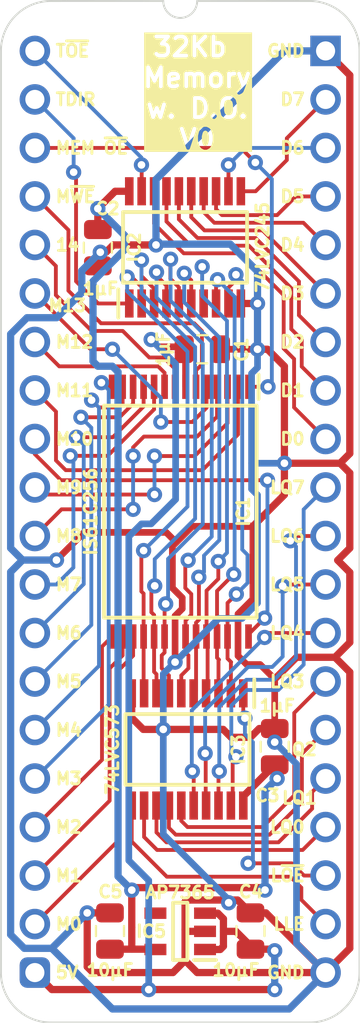
<source format=kicad_pcb>
(kicad_pcb (version 20241229) (generator "pcbnew") (generator_version "9.0")
  (title_block (title "Memory 32KB with Output") (date "2024-02-19") (rev "V0"))
  (layers (0 "F.Cu" signal) (2 "B.Cu" signal) (13 "F.Paste" user) (15 "B.Paste" user) (5 "F.SilkS" user "F.Silkscreen") (7 "B.SilkS" user "B.Silkscreen") (1 "F.Mask" user) (3 "B.Mask" user) (25 "Edge.Cuts" user))
  (net 0 "")
  (net 1 "5V")
  (net 2 "GND")
  (net 3 "/3.3V")
  (net 4 "M4")
  (net 5 "M2")
  (net 6 "M6")
  (net 7 "M3")
  (net 8 "M0")
  (net 9 "M12")
  (net 10 "M7")
  (net 11 "M9")
  (net 12 "M14")
  (net 13 "M~{WE}")
  (net 14 "M13")
  (net 15 "M1")
  (net 16 "M11")
  (net 17 "M10")
  (net 18 "M~{OE}")
  (net 19 "M8")
  (net 20 "/DM0")
  (net 21 "/DM1")
  (net 22 "/DM2")
  (net 23 "/DM3")
  (net 24 "/DM4")
  (net 25 "/DM5")
  (net 26 "/DM6")
  (net 27 "/DM7")
  (net 28 "M5")
  (net 29 "D5")
  (net 30 "D1")
  (net 31 "D4")
  (net 32 "D6")
  (net 33 "D0")
  (net 34 "D2")
  (net 35 "D7")
  (net 36 "T~{OE}")
  (net 37 "D3")
  (net 38 "TDIR")
  (net 39 "LQ2")
  (net 40 "LQ3")
  (net 41 "LQ5")
  (net 42 "LQ4")
  (net 43 "LQ0")
  (net 44 "LQ7")
  (net 45 "L~{OE}")
  (net 46 "LLE")
  (net 47 "LQ1")
  (net 48 "LQ6")
  (footprint "SamacSys_Parts:DIP-40_Board_W15.24mm_Alt" (layer "F.Cu") (at 0 0)
    (property "Reference" "J1" (hide yes))
    (property "Value" "Conn_02x20_Counter_Clockwise" (hide yes))
    (fp_line (start -1.778 48.26) (end -1.778 0) (stroke (width 0.1)) (layer "Edge.Cuts"))
    (fp_line (start 6.731 -2.6162) (end 0.835732 -2.613732) (stroke (width 0.1)) (layer "Edge.Cuts"))
    (fp_line (start 14.404267 -2.613733) (end 8.509 -2.6162) (stroke (width 0.1)) (layer "Edge.Cuts"))
    (fp_line (start 14.404268 50.873732) (end 0.835733 50.873733) (stroke (width 0.1)) (layer "Edge.Cuts"))
    (fp_line (start 17.018 48.26) (end 17.017999 -0.000001) (stroke (width 0.1)) (layer "Edge.Cuts"))
    (fp_arc (start -1.778 0) (mid -1.012456 -1.848188) (end 0.835732 -2.613732) (stroke (width 0.1)) (layer "Edge.Cuts"))
    (fp_arc (start 0.835733 50.873733) (mid -1.012457 50.10819) (end -1.778 48.26) (stroke (width 0.1)) (layer "Edge.Cuts"))
    (fp_arc (start 8.509 -2.6162) (mid 7.62 -1.7272) (end 6.731 -2.6162) (stroke (width 0.1)) (layer "Edge.Cuts"))
    (fp_arc (start 14.404267 -2.613733) (mid 16.252453 -1.848189) (end 17.017999 -0.000001) (stroke (width 0.1)) (layer "Edge.Cuts"))
    (fp_arc (start 17.018 48.26) (mid 16.252456 50.108187) (end 14.404268 50.873732) (stroke (width 0.1)) (layer "Edge.Cuts"))
  )
  (footprint "SamacSys_Parts:SOP55P1340X120-28N" (layer "F.Cu") (at 7.625 24.125 -90)
    (property "Reference" "IC1")
    (property "Value" "IS61C256AL-12TLI" (hide yes))
  )
  (footprint "SamacSys_Parts:C_0805" (layer "F.Cu") (at 3.937 46.101)
    (property "Reference" "C5")
    (property "Value" "10µF")
  )
  (footprint "SamacSys_Parts:SOP65P640X110-20N" (layer "F.Cu") (at 8.001 36.576 -90)
    (property "Reference" "IC3")
    (property "Value" "74LVC573APW,118" (hide yes))
  )
  (footprint "SamacSys_Parts:C_0805" (layer "F.Cu") (at 11.303 46.101)
    (property "Reference" "C4")
    (property "Value" "10µF")
  )
  (footprint "SamacSys_Parts:SOP65P640X120-20N" (layer "F.Cu") (at 7.874 10.287 90)
    (property "Reference" "IC2")
    (property "Value" "74LVC245AT20" (hide yes))
  )
  (footprint "SamacSys_Parts:C_0805" (layer "F.Cu") (at 3.302 10.287 180)
    (property "Reference" "C2")
    (property "Value" "1μF")
  )
  (footprint "SamacSys_Parts:SOT95P285X130-5N" (layer "F.Cu") (at 7.62 46.101 180)
    (property "Reference" "IC5")
    (property "Value" "AP7365-33WG-7" (hide yes))
  )
  (footprint "SamacSys_Parts:C_0805" (layer "F.Cu") (at 8.763 15.621 -90)
    (property "Reference" "C1")
    (property "Value" "1μF")
  )
  (footprint "SamacSys_Parts:C_0805" (layer "F.Cu") (at 12.573 36.449)
    (property "Reference" "C3")
    (property "Value" "1μF")
  )
  (footprint "SamacSys_Parts:PinHeader_1x20_P2.54mm_Vertical" (layer "B.Cu") (at 15.24 0 180)
    (property "Reference" "J3" (hide yes))
    (property "Value" "Pin_Header_01x20" (hide yes))
  )
  (footprint "SamacSys_Parts:PinHeader_1x20_P2.54mm_Vertical" (layer "B.Cu") (at 0 0 180)
    (property "Reference" "J2" (hide yes))
    (property "Value" "Pin_Header_01x20" (hide yes))
  )
  (gr_text "LQ3" (at 14.224 33.02 0) (layer "F.SilkS") (effects (font (size 0.635 0.635) (thickness 0.15) (bold yes)) (justify right)))
  (gr_text "LQ7" (at 14.224 22.86 0) (layer "F.SilkS") (effects (font (size 0.635 0.635) (thickness 0.15) (bold yes)) (justify right)))
  (gr_text "L~{OE}" (at 14.224 43.18 0) (layer "F.SilkS") (effects (font (size 0.635 0.635) (thickness 0.15) (bold yes)) (justify right)))
  (gr_text "LQ5" (at 14.224 27.94 0) (layer "F.SilkS") (effects (font (size 0.635 0.635) (thickness 0.15) (bold yes)) (justify right)))
  (gr_text "D6" (at 14.224 5.08 0) (layer "F.SilkS") (effects (font (size 0.635 0.635) (thickness 0.15) (bold yes)) (justify right)))
  (gr_text "D1" (at 14.224 17.78 0) (layer "F.SilkS") (effects (font (size 0.635 0.635) (thickness 0.15) (bold yes)) (justify right)))
  (gr_text "D2" (at 14.224 15.24 0) (layer "F.SilkS") (effects (font (size 0.635 0.635) (thickness 0.15) (bold yes)) (justify right)))
  (gr_text "M13" (at 0.635 13.335 0) (layer "F.SilkS") (effects (font (size 0.635 0.635) (thickness 0.15) (bold yes)) (justify left)))
  (gr_text "M11" (at 1.016 17.78 0) (layer "F.SilkS") (effects (font (size 0.635 0.635) (thickness 0.15) (bold yes)) (justify left)))
  (gr_text "M8" (at 1.016 25.4 0) (layer "F.SilkS") (effects (font (size 0.635 0.635) (thickness 0.15) (bold yes)) (justify left)))
  (gr_text "M~{WE}" (at 1.016 7.62 0) (layer "F.SilkS") (effects (font (size 0.635 0.635) (thickness 0.15) (bold yes)) (justify left)))
  (gr_text "M6" (at 1.016 30.48 0) (layer "F.SilkS") (effects (font (size 0.635 0.635) (thickness 0.15) (bold yes)) (justify left)))
  (gr_text "32Kb \nMemory\nw. D.O.\nV0\n" (at 8.509 5.207 0) (layer "F.SilkS" knockout) (effects (font (size 1 1) (thickness 0.2) (bold yes)) (justify bottom)))
  (gr_text "D5" (at 14.224 7.62 0) (layer "F.SilkS") (effects (font (size 0.635 0.635) (thickness 0.15) (bold yes)) (justify right)))
  (gr_text "LQ4" (at 14.224 30.48 0) (layer "F.SilkS") (effects (font (size 0.635 0.635) (thickness 0.15) (bold yes)) (justify right)))
  (gr_text "M3" (at 1.016 38.1 0) (layer "F.SilkS") (effects (font (size 0.635 0.635) (thickness 0.15) (bold yes)) (justify left)))
  (gr_text "M0" (at 1.016 45.72 0) (layer "F.SilkS") (effects (font (size 0.635 0.635) (thickness 0.15) (bold yes)) (justify left)))
  (gr_text "LQ6" (at 14.224 25.4 0) (layer "F.SilkS") (effects (font (size 0.635 0.635) (thickness 0.15) (bold yes)) (justify right)))
  (gr_text "D0" (at 14.224 20.32 0) (layer "F.SilkS") (effects (font (size 0.635 0.635) (thickness 0.15) (bold yes)) (justify right)))
  (gr_text "LQ0" (at 14.224 40.64 0) (layer "F.SilkS") (effects (font (size 0.635 0.635) (thickness 0.15) (bold yes)) (justify right)))
  (gr_text "MEM ~{OE}" (at 1.016 5.08 0) (layer "F.SilkS") (effects (font (size 0.635 0.635) (thickness 0.15) (bold yes)) (justify left)))
  (gr_text "M7" (at 1.016 27.94 0) (layer "F.SilkS") (effects (font (size 0.635 0.635) (thickness 0.15) (bold yes)) (justify left)))
  (gr_text "GND" (at 14.224 0 0) (layer "F.SilkS") (effects (font (size 0.635 0.635) (thickness 0.15) (bold yes)) (justify right)))
  (gr_text "M12" (at 1.016 15.24 0) (layer "F.SilkS") (effects (font (size 0.635 0.635) (thickness 0.15) (bold yes)) (justify left)))
  (gr_text "M10" (at 1.016 20.32 0) (layer "F.SilkS") (effects (font (size 0.635 0.635) (thickness 0.15) (bold yes)) (justify left)))
  (gr_text "M9" (at 1.016 22.86 0) (layer "F.SilkS") (effects (font (size 0.635 0.635) (thickness 0.15) (bold yes)) (justify left)))
  (gr_text "M1" (at 1.016 43.18 0) (layer "F.SilkS") (effects (font (size 0.635 0.635) (thickness 0.15) (bold yes)) (justify left)))
  (gr_text "T~{OE}" (at 1.016 0 0) (layer "F.SilkS") (effects (font (size 0.635 0.635) (thickness 0.15) (bold yes)) (justify left)))
  (gr_text "LQ1" (at 14.859 39.116 0) (layer "F.SilkS") (effects (font (size 0.635 0.635) (thickness 0.15) (bold yes)) (justify right)))
  (gr_text "LLE" (at 14.224 45.72 0) (layer "F.SilkS") (effects (font (size 0.635 0.635) (thickness 0.15) (bold yes)) (justify right)))
  (gr_text "14" (at 1.016 10.16 0) (layer "F.SilkS") (effects (font (size 0.635 0.635) (thickness 0.15) (bold yes)) (justify left)))
  (gr_text "D3" (at 14.224 12.7 0) (layer "F.SilkS") (effects (font (size 0.635 0.635) (thickness 0.15) (bold yes)) (justify right)))
  (gr_text "M5" (at 1.016 33.02 0) (layer "F.SilkS") (effects (font (size 0.635 0.635) (thickness 0.15) (bold yes)) (justify left)))
  (gr_text "D4" (at 14.224 10.16 0) (layer "F.SilkS") (effects (font (size 0.635 0.635) (thickness 0.15) (bold yes)) (justify right)))
  (gr_text "M4" (at 1.016 35.56 0) (layer "F.SilkS") (effects (font (size 0.635 0.635) (thickness 0.15) (bold yes)) (justify left)))
  (gr_text "M2" (at 1.016 40.64 0) (layer "F.SilkS") (effects (font (size 0.635 0.635) (thickness 0.15) (bold yes)) (justify left)))
  (gr_text "D7" (at 14.224 2.54 0) (layer "F.SilkS") (effects (font (size 0.635 0.635) (thickness 0.15) (bold yes)) (justify right)))
  (gr_text "Q2" (at 14.859 36.576 0) (layer "F.SilkS") (effects (font (size 0.635 0.635) (thickness 0.15) (bold yes)) (justify right)))
  (gr_text "GND" (at 14.224 48.26 0) (layer "F.SilkS") (effects (font (size 0.635 0.635) (thickness 0.15) (bold yes)) (justify right)))
  (gr_text "5V" (at 1.016 48.26 0) (layer "F.SilkS") (effects (font (size 0.635 0.635) (thickness 0.15) (bold yes)) (justify left)))
  (gr_text "TDIR" (at 1.016 2.54 0) (layer "F.SilkS") (effects (font (size 0.635 0.635) (thickness 0.15) (bold yes)) (justify left)))
  (segment (start 11.303 46.863) (end 10.541 46.101) (width 0.38) (layer "F.Cu") (net 1))
  (segment (start 12.573 49.149) (end 5.968998 49.149) (width 0.38) (layer "F.Cu") (net 1))
  (segment (start 7.575004 15.494004) (end 6.477004 15.494004) (width 0.35) (layer "F.Cu") (net 1))
  (segment (start 9.885 46.101) (end 9.885 46.884) (width 0.38) (layer "F.Cu") (net 1))
  (segment (start 11.303 47.035) (end 12.491 47.035) (width 0.38) (layer "F.Cu") (net 1))
  (segment (start 9.885 45.445229) (end 9.885 46.101) (width 0.38) (layer "F.Cu") (net 1))
  (segment (start 9.718 47.051) (end 8.92 47.051) (width 0.38) (layer "F.Cu") (net 1))
  (segment (start 12.491 47.035) (end 12.573 47.117) (width 0.38) (layer "F.Cu") (net 1))
  (segment (start 10.541 46.101) (end 9.885 46.101) (width 0.38) (layer "F.Cu") (net 1))
  (segment (start 7.9 17.587) (end 7.9 15.931) (width 0.35) (layer "F.Cu") (net 1))
  (segment (start 0.889 49.149) (end 5.968998 49.149) (width 0.38) (layer "F.Cu") (net 1))
  (segment (start 9.590771 45.151) (end 9.885 45.445229) (width 0.38) (layer "F.Cu") (net 1))
  (segment (start 8.92 45.151) (end 9.590771 45.151) (width 0.38) (layer "F.Cu") (net 1))
  (segment (start 0 48.26) (end 0.889 49.149) (width 0.38) (layer "F.Cu") (net 1))
  (segment (start 6.477004 15.494004) (end 6.096 15.113) (width 0.35) (layer "F.Cu") (net 1))
  (segment (start 9.885 46.884) (end 9.718 47.051) (width 0.38) (layer "F.Cu") (net 1))
  (via (at 12.573 47.117) (size 0.8) (drill 0.4) (layers "F.Cu" "B.Cu") (net 1))
  (via (at 5.968998 49.149) (size 0.8) (drill 0.4) (layers "F.Cu" "B.Cu") (net 1))
  (via (at 12.573 49.149) (size 0.8) (drill 0.4) (layers "F.Cu" "B.Cu") (net 1))
  (via (at 6.096 15.113) (size 0.8) (drill 0.4) (layers "F.Cu" "B.Cu") (net 1))
  (segment (start 7.379 16.396) (end 7.379 23.482) (width 0.35) (layer "B.Cu") (net 1))
  (segment (start 7.379 23.482) (end 6.096 24.765) (width 0.35) (layer "B.Cu") (net 1))
  (segment (start 4.925 25.428) (end 4.925 42.39) (width 0.35) (layer "B.Cu") (net 1))
  (segment (start 5.588 24.765) (end 4.925 25.428) (width 0.35) (layer "B.Cu") (net 1))
  (segment (start 4.925 42.39) (end 5.968998 43.433998) (width 0.35) (layer "B.Cu") (net 1))
  (segment (start 12.573 47.117) (end 12.573 49.149) (width 0.38) (layer "B.Cu") (net 1))
  (segment (start 6.096 15.113) (end 7.379 16.396) (width 0.35) (layer "B.Cu") (net 1))
  (segment (start 6.096 24.765) (end 5.588 24.765) (width 0.35) (layer "B.Cu") (net 1))
  (segment (start 5.968998 43.433998) (end 5.968998 49.149) (width 0.35) (layer "B.Cu") (net 1))
  (segment (start 7.874 47.625) (end 7.239 48.26) (width 0.38) (layer "F.Cu") (net 2))
  (segment (start 11.672 15.621) (end 12.192 15.621) (width 0.38) (layer "F.Cu") (net 2))
  (segment (start 16.51 30.972915) (end 15.732915 31.75) (width 0.38) (layer "F.Cu") (net 2))
  (segment (start 7.874 44.542) (end 7.955 44.461) (width 0.38) (layer "F.Cu") (net 2))
  (segment (start 16.002 21.59) (end 13.081 21.59) (width 0.38) (layer "F.Cu") (net 2))
  (segment (start 15.732915 31.75) (end 13.715998 31.75) (width 0.38) (layer "F.Cu") (net 2))
  (segment (start 16.51 32.527085) (end 15.732915 31.75) (width 0.38) (layer "F.Cu") (net 2))
  (segment (start 12.573 35.483) (end 12.573 36.195) (width 0.35) (layer "F.Cu") (net 2))
  (segment (start 12.115 45.135) (end 11.303 45.135) (width 0.38) (layer "F.Cu") (net 2))
  (segment (start 7.874 46.01) (end 7.874 44.542) (width 0.38) (layer "F.Cu") (net 2))
  (segment (start 7.35 30.663) (end 7.35 29.585) (width 0.35) (layer "F.Cu") (net 2))
  (segment (start 6.885 25.21) (end 2.581194 25.21) (width 0.35) (layer "F.Cu") (net 2))
  (segment (start 15.875 26.67) (end 16.51 27.305) (width 0.38) (layer "F.Cu") (net 2))
  (segment (start 12.573 35.483) (end 12.573 32.892998) (width 0.35) (layer "F.Cu") (net 2))
  (segment (start 10.287 35.941) (end 11.303 35.941) (width 0.38) (layer "F.Cu") (net 2))
  (segment (start 16.51 46.99) (end 16.51 32.527085) (width 0.38) (layer "F.Cu") (net 2))
  (segment (start 10.302 44.461) (end 10.16 44.603) (width 0.38) (layer "F.Cu") (net 2))
  (segment (start 13.715998 31.75) (end 12.573 32.892998) (width 0.38) (layer "F.Cu") (net 2))
  (segment (start 9.729 15.621) (end 11.672 15.621) (width 0.35) (layer "F.Cu") (net 2))
  (segment (start 2.744006 47.956006) (end 2.744006 45.135) (width 0.38) (layer "F.Cu") (net 2))
  (segment (start 7.411 25.736) (end 6.885 25.21) (width 0.35) (layer "F.Cu") (net 2))
  (segment (start 15.24 48.26) (end 16.51 46.99) (width 0.38) (layer "F.Cu") (net 2))
  (segment (start 15.24 0) (end 16.51 1.27) (width 0.38) (layer "F.Cu") (net 2))
  (segment (start 13.081 16.51) (end 13.081 21.59) (width 0.38) (layer "F.Cu") (net 2))
  (segment (start 9.872 35.526) (end 10.287 35.941) (width 0.38) (layer "F.Cu") (net 2))
  (segment (start 15.24 48.26) (end 12.115 45.135) (width 0.38) (layer "F.Cu") (net 2))
  (segment (start 16.51 22.098) (end 16.51 26.035) (width 0.38) (layer "F.Cu") (net 2))
  (segment (start 7.874 47.625) (end 7.874 46.01) (width 0.38) (layer "F.Cu") (net 2))
  (segment (start 5.076 34.921) (end 5.076 33.638) (width 0.38) (layer "F.Cu") (net 2))
  (segment (start 7.725 29.21) (end 7.725 28.634413) (width 0.35) (layer "F.Cu") (net 2))
  (segment (start 15.24 48.26) (end 8.509 48.26) (width 0.38) (layer "F.Cu") (net 2))
  (segment (start 16.51 21.082) (end 16.002 21.59) (width 0.38) (layer "F.Cu") (net 2))
  (segment (start 7.239 48.26) (end 3.048 48.26) (width 0.38) (layer "F.Cu") (net 2))
  (segment (start 10.799 13.225) (end 11.672 13.225) (width 0.38) (layer "F.Cu") (net 2))
  (segment (start 7.209453 28.118866) (end 7.209453 25.937547) (width 0.35) (layer "F.Cu") (net 2))
  (segment (start 12.192 15.621) (end 13.081 16.51) (width 0.38) (layer "F.Cu") (net 2))
  (segment (start 11.43 24.892) (end 10.661045 24.892) (width 0.38) (layer "F.Cu") (net 2))
  (segment (start 8.255 24.892) (end 10.661045 24.892) (width 0.35) (layer "F.Cu") (net 2))
  (segment (start 10.65 30.663) (end 10.65 29.482) (width 0.35) (layer "F.Cu") (net 2))
  (segment (start 2.581194 25.21) (end 1.132092 26.659102) (width 0.35) (layer "F.Cu") (net 2))
  (segment (start 11.761 35.483) (end 11.303 35.941) (width 0.38) (layer "F.Cu") (net 2))
  (segment (start 8.509 48.26) (end 7.874 47.625) (width 0.38) (layer "F.Cu") (net 2))
  (segment (start 11.43 28.702) (end 11.43 24.892) (width 0.35) (layer "F.Cu") (net 2))
  (segment (start 13.081 23.241) (end 13.081 21.59) (width 0.38) (layer "F.Cu") (net 2))
  (segment (start 6.731 35.526) (end 9.872 35.526) (width 0.38) (layer "F.Cu") (net 2))
  (segment (start 11.303 45.135) (end 10.629 44.461) (width 0.38) (layer "F.Cu") (net 2))
  (segment (start 10.65 30.663) (end 10.65 31.6755) (width 0.35) (layer "F.Cu") (net 2))
  (segment (start 3.937 45.135) (end 2.744006 45.135) (width 0.38) (layer "F.Cu") (net 2))
  (segment (start 10.018 44.461) (end 10.16 44.603) (width 0.38) (layer "F.Cu") (net 2))
  (segment (start 7.411 25.736) (end 8.255 24.892) (width 0.35) (layer "F.Cu") (net 2))
  (segment (start 16.51 26.035) (end 15.875 26.67) (width 0.38) (layer "F.Cu") (net 2))
  (segment (start 3.048 48.26) (end 2.744006 47.956006) (width 0.38) (layer "F.Cu") (net 2))
  (segment (start 7.955 44.461) (end 10.018 44.461) (width 0.38) (layer "F.Cu") (net 2))
  (segment (start 10.65 29.482) (end 11.43 28.702) (width 0.35) (layer "F.Cu") (net 2))
  (segment (start 6.731 35.526) (end 5.681 35.526) (width 0.38) (layer "F.Cu") (net 2))
  (segment (start 11.1055 32.131) (end 11.811002 32.131) (width 0.35) (layer "F.Cu") (net 2))
  (segment (start 7.874 46.01) (end 7.965 46.101) (width 0.38) (layer "F.Cu") (net 2))
  (segment (start 10.65 31.6755) (end 11.1055 32.131) (width 0.35) (layer "F.Cu") (net 2))
  (segment (start 10.629 44.461) (end 10.302 44.461) (width 0.38) (layer "F.Cu") (net 2))
  (segment (start 11.811002 32.131) (end 12.573 32.892998) (width 0.35) (layer "F.Cu") (net 2))
  (segment (start 6.35 10.16) (end 4.109804 10.16) (width 0.38) (layer "F.Cu") (net 2))
  (segment (start 11.43 24.892) (end 13.081 23.241) (width 0.38) (layer "F.Cu") (net 2))
  (segment (start 12.573 35.483) (end 11.761 35.483) (width 0.38) (layer "F.Cu") (net 2))
  (segment (start 16.002 21.59) (end 16.51 22.098) (width 0.38) (layer "F.Cu") (net 2))
  (segment (start 3.728804 10.541) (end 3.429002 10.541) (width 0.38) (layer "F.Cu") (net 2))
  (segment (start 16.51 27.305) (end 16.51 30.972915) (width 0.38) (layer "F.Cu") (net 2))
  (segment (start 7.209453 25.937547) (end 7.411 25.736) (width 0.35) (layer "F.Cu") (net 2))
  (segment (start 5.681 35.526) (end 5.076 34.921) (width 0.38) (layer "F.Cu") (net 2))
  (segment (start 7.35 30.663) (end 7.35 32.004) (width 0.35) (layer "F.Cu") (net 2))
  (segment (start 7.725 28.634413) (end 7.209453 28.118866) (width 0.35) (layer "F.Cu") (net 2))
  (segment (start 7.965 46.101) (end 8.92 46.101) (width 0.38) (layer "F.Cu") (net 2))
  (segment (start 3.302 11.013608) (end 3.302 10.668002) (width 0.38) (layer "F.Cu") (net 2))
  (segment (start 3.302 10.668002) (end 3.429002 10.541) (width 0.38) (layer "F.Cu") (net 2))
  (segment (start 16.51 1.27) (end 16.51 21.082) (width 0.38) (layer "F.Cu") (net 2))
  (segment (start 4.109804 10.16) (end 3.728804 10.541) (width 0.38) (layer "F.Cu") (net 2))
  (segment (start 7.35 29.585) (end 7.725 29.21) (width 0.35) (layer "F.Cu") (net 2))
  (via (at 12.573 36.195) (size 0.8) (drill 0.4) (layers "F.Cu" "B.Cu") (net 2))
  (via (at 10.16 44.603) (size 0.8) (drill 0.4) (layers "F.Cu" "B.Cu") (net 2))
  (via (at 13.081 21.59) (size 0.8) (drill 0.4) (layers "F.Cu" "B.Cu") (net 2))
  (via (at 1.132092 26.659102) (size 0.8) (drill 0.4) (layers "F.Cu" "B.Cu") (net 2))
  (via (at 6.731 35.526) (size 0.8) (drill 0.4) (layers "F.Cu" "B.Cu") (net 2))
  (via (at 2.744006 45.135) (size 0.8) (drill 0.4) (layers "F.Cu" "B.Cu") (net 2))
  (via (at 11.672 13.225) (size 0.8) (drill 0.4) (layers "F.Cu" "B.Cu") (net 2))
  (via (at 11.672 15.621) (size 0.8) (drill 0.4) (layers "F.Cu" "B.Cu") (net 2))
  (via (at 7.35 32.004) (size 0.8) (drill 0.4) (layers "F.Cu" "B.Cu") (net 2))
  (via (at 6.35 10.16) (size 0.8) (drill 0.4) (layers "F.Cu" "B.Cu") (net 2))
  (via (at 3.429002 10.541) (size 0.8) (drill 0.4) (layers "F.Cu" "B.Cu") (net 2))
  (segment (start 13.716 37.338) (end 13.716 46.736) (width 0.35) (layer "B.Cu") (net 2))
  (segment (start 10.16 44.45) (end 10.16 44.603) (width 0.35) (layer "B.Cu") (net 2))
  (segment (start 10.862724 29.718) (end 11.672 28.908724) (width 0.35) (layer "B.Cu") (net 2))
  (segment (start 2.744 45.135) (end 2.744006 45.135) (width 0.38) (layer "B.Cu") (net 2))
  (segment (start 11.361 22.941729) (end 11.361 21.59) (width 0.35) (layer "B.Cu") (net 2))
  (segment (start 3.429002 10.541) (end 2.460002 11.51) (width 0.38) (layer "B.Cu") (net 2))
  (segment (start 6.731 41.021) (end 10.16 44.45) (width 0.35) (layer "B.Cu") (net 2))
  (segment (start 13.335 50.165) (end 15.24 48.26) (width 0.38) (layer "B.Cu") (net 2))
  (segment (start 11.672 11.545) (end 11.672 13.225) (width 0.38) (layer "B.Cu") (net 2))
  (segment (start -0.645898 26.659102) (end 1.132092 26.659102) (width 0.38) (layer "B.Cu") (net 2))
  (segment (start 11.672 28.908724) (end 11.672 23.252729) (width 0.35) (layer "B.Cu") (net 2))
  (segment (start 9.636 29.718) (end 10.862724 29.718) (width 0.35) (layer "B.Cu") (net 2))
  (segment (start -0.412915 13.97) (end -1.27 14.827085) (width 0.38) (layer "B.Cu") (net 2))
  (segment (start 15.24 0) (end 13.081 0) (width 0.38) (layer "B.Cu") (net 2))
  (segment (start 13.081 0) (end 6.35 6.731) (width 0.38) (layer "B.Cu") (net 2))
  (segment (start -1.27 26.035) (end -0.645898 26.659102) (width 0.38) (layer "B.Cu") (net 2))
  (segment (start 11.672 23.252729) (end 11.361 22.941729) (width 0.35) (layer "B.Cu") (net 2))
  (segment (start 11.672 15.621) (end 11.672 16.58) (width 0.35) (layer "B.Cu") (net 2))
  (segment (start -1.27 14.827085) (end -1.27 26.035) (width 0.38) (layer "B.Cu") (net 2))
  (segment (start 6.35 10.16) (end 6.392298 10.117702) (width 0.38) (layer "B.Cu") (net 2))
  (segment (start 11.361 21.59) (end 11.361 16.891) (width 0.35) (layer "B.Cu") (net 2))
  (segment (start 6.35 6.731) (end 6.35 10.16) (width 0.38) (layer "B.Cu") (net 2))
  (segment (start 0.889 46.99) (end -0.555 46.99) (width 0.38) (layer "B.Cu") (net 2))
  (segment (start -1.27 46.275) (end -1.27 27.283204) (width 0.38) (layer "B.Cu") (net 2))
  (segment (start 6.731 32.623) (end 7.35 32.004) (width 0.35) (layer "B.Cu") (net 2))
  (segment (start 12.573 36.195) (end 13.716 37.338) (width 0.35) (layer "B.Cu") (net 2))
  (segment (start 11.672 15.621) (end 11.672 13.225) (width 0.38) (layer "B.Cu") (net 2))
  (segment (start 2.460002 12.652998) (end 1.143 13.97) (width 0.38) (layer "B.Cu") (net 2))
  (segment (start 6.731 32.623) (end 6.731 35.526) (width 0.35) (layer "B.Cu") (net 2))
  (segment (start 6.731 35.526) (end 6.731 41.021) (width 0.35) (layer "B.Cu") (net 2))
  (segment (start 2.460002 11.51) (end 2.460002 12.652998) (width 0.38) (layer "B.Cu") (net 2))
  (segment (start -0.555 46.99) (end -1.27 46.275) (width 0.38) (layer "B.Cu") (net 2))
  (segment (start 0.889 46.99) (end 4.064 50.165) (width 0.38) (layer "B.Cu") (net 2))
  (segment (start 1.143 13.97) (end -0.412915 13.97) (width 0.38) (layer "B.Cu") (net 2))
  (segment (start 6.392298 10.117702) (end 10.244702 10.117702) (width 0.38) (layer "B.Cu") (net 2))
  (segment (start 13.716 46.736) (end 15.24 48.26) (width 0.35) (layer "B.Cu") (net 2))
  (segment (start 0.889 46.99) (end 2.744 45.135) (width 0.38) (layer "B.Cu") (net 2))
  (segment (start -1.27 27.283204) (end -0.645898 26.659102) (width 0.38) (layer "B.Cu") (net 2))
  (segment (start 4.064 50.165) (end 13.335 50.165) (width 0.38) (layer "B.Cu") (net 2))
  (segment (start 10.244702 10.117702) (end 11.672 11.545) (width 0.38) (layer "B.Cu") (net 2))
  (segment (start 13.081 21.59) (end 11.361 21.59) (width 0.35) (layer "B.Cu") (net 2))
  (segment (start 11.672 16.58) (end 11.361 16.891) (width 0.35) (layer "B.Cu") (net 2))
  (segment (start 7.35 32.004) (end 9.636 29.718) (width 0.35) (layer "B.Cu") (net 2))
  (segment (start 10.95 39.006) (end 12.573 37.383) (width 0.38) (layer "F.Cu") (net 3))
  (segment (start 11.938 43.813) (end 12.065 43.94) (width 0.38) (layer "F.Cu") (net 3))
  (segment (start 5.08 47.035) (end 5.08 45.892) (width 0.38) (layer "F.Cu") (net 3))
  (segment (start 5.080002 43.942) (end 5.209002 43.813) (width 0.38) (layer "F.Cu") (net 3))
  (segment (start 5.08 45.892) (end 5.080002 45.891998) (width 0.38) (layer "F.Cu") (net 3))
  (segment (start 3.302 8.255) (end 4.208 7.349) (width 0.38) (layer "F.Cu") (net 3))
  (segment (start 5.08 47.035) (end 6.304 47.035) (width 0.38) (layer "F.Cu") (net 3))
  (segment (start 5.209002 43.813) (end 11.938 43.813) (width 0.38) (layer "F.Cu") (net 3))
  (segment (start 4.208 7.349) (end 4.949 7.349) (width 0.38) (layer "F.Cu") (net 3))
  (segment (start 12.573 37.972998) (end 12.700002 38.1) (width 0.38) (layer "F.Cu") (net 3))
  (segment (start 5.080002 45.891998) (end 5.080002 43.942) (width 0.38) (layer "F.Cu") (net 3))
  (segment (start 12.573 37.383) (end 12.573 37.972998) (width 0.38) (layer "F.Cu") (net 3))
  (segment (start 3.302 9.383511) (end 3.302 8.255) (width 0.38) (layer "F.Cu") (net 3))
  (segment (start 3.937 47.035) (end 5.08 47.035) (width 0.38) (layer "F.Cu") (net 3))
  (via (at 12.700002 38.1) (size 0.8) (drill 0.4) (layers "F.Cu" "B.Cu") (net 3))
  (via (at 12.065 43.94) (size 0.8) (drill 0.4) (layers "F.Cu" "B.Cu") (net 3))
  (via (at 5.080002 43.942) (size 0.8) (drill 0.4) (layers "F.Cu" "B.Cu") (net 3))
  (via (at 3.302 8.255) (size 0.8) (drill 0.4) (layers "F.Cu" "B.Cu") (net 3))
  (segment (start 4.064 16.51) (end 3.302 16.51) (width 0.38) (layer "B.Cu") (net 3))
  (segment (start 12.065 38.735002) (end 12.065 43.94) (width 0.38) (layer "B.Cu") (net 3))
  (segment (start 4.699 9.652) (end 3.302 8.255) (width 0.38) (layer "B.Cu") (net 3))
  (segment (start 3.048 16.256) (end 3.048 12.065) (width 0.38) (layer "B.Cu") (net 3))
  (segment (start 12.700002 38.1) (end 12.065 38.735002) (width 0.38) (layer "B.Cu") (net 3))
  (segment (start 3.302 16.51) (end 3.048 16.256) (width 0.38) (layer "B.Cu") (net 3))
  (segment (start 3.048 12.065) (end 4.699 10.414) (width 0.38) (layer "B.Cu") (net 3))
  (segment (start 4.699 10.414) (end 4.699 9.652) (width 0.38) (layer "B.Cu") (net 3))
  (segment (start 5.080002 43.942) (end 4.36 43.221998) (width 0.38) (layer "B.Cu") (net 3))
  (segment (start 4.36 16.806) (end 4.064 16.51) (width 0.38) (layer "B.Cu") (net 3))
  (segment (start 4.36 43.221998) (end 4.36 16.806) (width 0.38) (layer "B.Cu") (net 3))
  (segment (start 3.3565 18.669) (end 2.973725 18.286225) (width 0.2) (layer "F.Cu") (net 4))
  (segment (start 4.3805 18.669) (end 3.3565 18.669) (width 0.2) (layer "F.Cu") (net 4))
  (segment (start 4.6 17.587) (end 4.6 18.4495) (width 0.2) (layer "F.Cu") (net 4))
  (segment (start 4.6 18.4495) (end 4.3805 18.669) (width 0.2) (layer "F.Cu") (net 4))
  (via (at 2.973725 18.286225) (size 0.8) (drill 0.4) (layers "F.Cu" "B.Cu") (net 4))
  (segment (start 0 35.56) (end 3.360661 32.199339) (width 0.2) (layer "B.Cu") (net 4))
  (segment (start 3.360661 18.673161) (end 2.973725 18.286225) (width 0.2) (layer "B.Cu") (net 4))
  (segment (start 3.360661 32.199339) (end 3.360661 18.673161) (width 0.2) (layer "B.Cu") (net 4))
  (segment (start 3.518 31.195) (end 3.518 37.122) (width 0.2) (layer "F.Cu") (net 5))
  (segment (start 3.518 37.122) (end 0 40.64) (width 0.2) (layer "F.Cu") (net 5))
  (segment (start 4.05 30.663) (end 3.518 31.195) (width 0.2) (layer "F.Cu") (net 5))
  (segment (start 5.7 18.614686) (end 4.08731 20.227376) (width 0.2) (layer "F.Cu") (net 6))
  (segment (start 4.08731 20.227376) (end 2.17772 20.227376) (width 0.2) (layer "F.Cu") (net 6))
  (segment (start 5.7 17.587) (end 5.7 18.614686) (width 0.2) (layer "F.Cu") (net 6))
  (via (at 2.17772 20.227376) (size 0.8) (drill 0.4) (layers "F.Cu" "B.Cu") (net 6))
  (segment (start 2.560661 27.919339) (end 2.560661 20.610317) (width 0.2) (layer "B.Cu") (net 6))
  (segment (start 0 30.48) (end 2.560661 27.919339) (width 0.2) (layer "B.Cu") (net 6))
  (segment (start 2.560661 20.610317) (end 2.17772 20.227376) (width 0.2) (layer "B.Cu") (net 6))
  (segment (start 3.704253 17.587) (end 3.488091 17.370838) (width 0.2) (layer "F.Cu") (net 7))
  (segment (start 4.05 17.587) (end 3.704253 17.587) (width 0.2) (layer "F.Cu") (net 7))
  (via (at 3.488091 17.370838) (size 0.8) (drill 0.4) (layers "F.Cu" "B.Cu") (net 7))
  (segment (start 3.87 17.752747) (end 3.488091 17.370838) (width 0.2) (layer "B.Cu") (net 7))
  (segment (start 0 38.1) (end 3.87 34.23) (width 0.2) (layer "B.Cu") (net 7))
  (segment (start 3.87 34.23) (end 3.87 17.752747) (width 0.2) (layer "B.Cu") (net 7))
  (segment (start 5.15 31.668371) (end 4.318 32.500371) (width 0.2) (layer "F.Cu") (net 8))
  (segment (start 4.318 32.500371) (end 4.318 41.402) (width 0.2) (layer "F.Cu") (net 8))
  (segment (start 5.15 30.663) (end 5.15 31.668371) (width 0.2) (layer "F.Cu") (net 8))
  (segment (start 4.318 41.402) (end 0 45.72) (width 0.2) (layer "F.Cu") (net 8))
  (segment (start 6.46225 16.517) (end 1.277 16.517) (width 0.2) (layer "F.Cu") (net 9))
  (segment (start 1.277 16.517) (end 0 15.24) (width 0.2) (layer "F.Cu") (net 9))
  (segment (start 6.8 17.587) (end 6.8 16.85475) (width 0.2) (layer "F.Cu") (net 9))
  (segment (start 6.8 16.85475) (end 6.46225 16.517) (width 0.2) (layer "F.Cu") (net 9))
  (segment (start 6.25 18.769) (end 3.816665 21.202335) (width 0.2) (layer "F.Cu") (net 10))
  (segment (start 6.25 17.587) (end 6.25 18.769) (width 0.2) (layer "F.Cu") (net 10))
  (segment (start 3.816665 21.202335) (end 1.856975 21.202335) (width 0.2) (layer "F.Cu") (net 10))
  (via (at 1.856975 21.202335) (size 0.8) (drill 0.4) (layers "F.Cu" "B.Cu") (net 10))
  (segment (start 2.02 21.36536) (end 1.856975 21.202335) (width 0.2) (layer "B.Cu") (net 10))
  (segment (start 0 27.94) (end 1.13137 27.94) (width 0.2) (layer "B.Cu") (net 10))
  (segment (start 1.13137 27.94) (end 2.02 27.05137) (width 0.2) (layer "B.Cu") (net 10))
  (segment (start 2.02 27.05137) (end 2.02 21.36536) (width 0.2) (layer "B.Cu") (net 10))
  (segment (start 0.369 23.229) (end 6.27105 23.229) (width 0.2) (layer "F.Cu") (net 11))
  (segment (start 8.377069 21.213931) (end 6.27105 21.213931) (width 0.2) (layer "F.Cu") (net 11))
  (segment (start 10.1 19.491) (end 8.377069 21.213931) (width 0.2) (layer "F.Cu") (net 11))
  (segment (start 10.1 17.587) (end 10.1 19.491) (width 0.2) (layer "F.Cu") (net 11))
  (via (at 6.27105 21.213931) (size 0.8) (drill 0.4) (layers "F.Cu" "B.Cu") (net 11))
  (via (at 6.27105 23.229) (size 0.8) (drill 0.4) (layers "F.Cu" "B.Cu") (net 11))
  (segment (start 6.27105 21.213931) (end 6.27105 23.229) (width 0.2) (layer "B.Cu") (net 11))
  (segment (start 2.9785 14.6625) (end 1.1 12.784) (width 0.2) (layer "F.Cu") (net 12))
  (segment (start 1.1 11.26) (end 0 10.16) (width 0.2) (layer "F.Cu") (net 12))
  (segment (start 5.998169 16.0535) (end 4.607169 14.6625) (width 0.2) (layer "F.Cu") (net 12))
  (segment (start 7.35 16.651744) (end 6.751756 16.0535) (width 0.2) (layer "F.Cu") (net 12))
  (segment (start 4.607169 14.6625) (end 2.9785 14.6625) (width 0.2) (layer "F.Cu") (net 12))
  (segment (start 1.1 12.784) (end 1.1 11.26) (width 0.2) (layer "F.Cu") (net 12))
  (segment (start 6.751756 16.0535) (end 5.998169 16.0535) (width 0.2) (layer "F.Cu") (net 12))
  (segment (start 7.35 17.587) (end 7.35 16.651744) (width 0.2) (layer "F.Cu") (net 12))
  (segment (start 3.4675 14.2625) (end 8.354317 14.2625) (width 0.2) (layer "F.Cu") (net 13))
  (segment (start 1.759 12.554) (end 3.4675 14.2625) (width 0.2) (layer "F.Cu") (net 13))
  (segment (start 8.45 16.7245) (end 8.45 17.587) (width 0.2) (layer "F.Cu") (net 13))
  (segment (start 8.756 14.664183) (end 8.756 16.4185) (width 0.2) (layer "F.Cu") (net 13))
  (segment (start 8.756 16.4185) (end 8.45 16.7245) (width 0.2) (layer "F.Cu") (net 13))
  (segment (start 0 7.62) (end 1.759 9.379) (width 0.2) (layer "F.Cu") (net 13))
  (segment (start 1.759 9.379) (end 1.759 12.554) (width 0.2) (layer "F.Cu") (net 13))
  (segment (start 8.354317 14.2625) (end 8.756 14.664183) (width 0.2) (layer "F.Cu") (net 13))
  (segment (start 9 18.686) (end 8.255 19.431) (width 0.2) (layer "F.Cu") (net 14))
  (segment (start 9 17.587) (end 9 18.686) (width 0.2) (layer "F.Cu") (net 14))
  (segment (start 8.255 19.431) (end 6.604 19.431) (width 0.2) (layer "F.Cu") (net 14))
  (segment (start 2.921 15.621) (end 4.064 15.621) (width 0.2) (layer "F.Cu") (net 14))
  (segment (start 0 12.7) (end 2.921 15.621) (width 0.2) (layer "F.Cu") (net 14))
  (via (at 6.604 19.431) (size 0.8) (drill 0.4) (layers "F.Cu" "B.Cu") (net 14))
  (via (at 4.064 15.621) (size 0.8) (drill 0.4) (layers "F.Cu" "B.Cu") (net 14))
  (segment (start 6.604 18.161) (end 6.604 19.431) (width 0.2) (layer "B.Cu") (net 14))
  (segment (start 4.064 15.621) (end 6.604 18.161) (width 0.2) (layer "B.Cu") (net 14))
  (segment (start 4.6 31.652686) (end 3.918 32.334686) (width 0.2) (layer "F.Cu") (net 15))
  (segment (start 3.918 32.334686) (end 3.918 39.262) (width 0.2) (layer "F.Cu") (net 15))
  (segment (start 3.918 39.262) (end 0 43.18) (width 0.2) (layer "F.Cu") (net 15))
  (segment (start 4.6 30.663) (end 4.6 31.652686) (width 0.2) (layer "F.Cu") (net 15))
  (segment (start 1.106975 18.886975) (end 1.106975 21.442285) (width 0.2) (layer "F.Cu") (net 16))
  (segment (start 8.781665 21.952335) (end 10.65 20.084) (width 0.2) (layer "F.Cu") (net 16))
  (segment (start 10.65 20.084) (end 10.65 17.587) (width 0.2) (layer "F.Cu") (net 16))
  (segment (start 0 17.78) (end 1.106975 18.886975) (width 0.2) (layer "F.Cu") (net 16))
  (segment (start 1.106975 21.442285) (end 1.617025 21.952335) (width 0.2) (layer "F.Cu") (net 16))
  (segment (start 1.617025 21.952335) (end 8.781665 21.952335) (width 0.2) (layer "F.Cu") (net 16))
  (segment (start 11.2 30.547451) (end 12.043853 29.703598) (width 0.2) (layer "F.Cu") (net 17))
  (segment (start 1.365346 22.479) (end 12.192004 22.479) (width 0.2) (layer "F.Cu") (net 17))
  (segment (start 0 20.32) (end 0 21.113654) (width 0.2) (layer "F.Cu") (net 17))
  (segment (start 0 21.113654) (end 1.365346 22.479) (width 0.2) (layer "F.Cu") (net 17))
  (via (at 12.043853 29.703598) (size 0.8) (drill 0.4) (layers "F.Cu" "B.Cu") (net 17))
  (via (at 12.192004 22.479) (size 0.8) (drill 0.4) (layers "F.Cu" "B.Cu") (net 17))
  (segment (start 12.192004 29.555447) (end 12.192004 22.479) (width 0.2) (layer "B.Cu") (net 17))
  (segment (start 12.043853 29.703598) (end 12.192004 29.555447) (width 0.2) (layer "B.Cu") (net 17))
  (segment (start 11.2 17.587) (end 12.222 17.587) (width 0.2) (layer "F.Cu") (net 18))
  (segment (start 10.795 5.08) (end 11.557 5.842) (width 0.2) (layer "F.Cu") (net 18))
  (segment (start 0 5.08) (end 10.795 5.08) (width 0.2) (layer "F.Cu") (net 18))
  (via (at 11.557 5.842) (size 0.8) (drill 0.4) (layers "F.Cu" "B.Cu") (net 18))
  (via (at 12.222 17.587) (size 0.8) (drill 0.4) (layers "F.Cu" "B.Cu") (net 18))
  (segment (start 12.422 6.707) (end 11.557 5.842) (width 0.2) (layer "B.Cu") (net 18))
  (segment (start 12.422 17.387) (end 12.422 6.707) (width 0.2) (layer "B.Cu") (net 18))
  (segment (start 12.222 17.587) (end 12.422 17.387) (width 0.2) (layer "B.Cu") (net 18))
  (segment (start 9.55 17.587) (end 9.55 19.152) (width 0.2) (layer "F.Cu") (net 19))
  (segment (start 1.397 24.003) (end 5.15 24.003) (width 0.2) (layer "F.Cu") (net 19))
  (segment (start 0 25.4) (end 1.397 24.003) (width 0.2) (layer "F.Cu") (net 19))
  (segment (start 9.55 19.152) (end 8.509 20.193) (width 0.2) (layer "F.Cu") (net 19))
  (segment (start 8.509 20.193) (end 5.715 20.193) (width 0.2) (layer "F.Cu") (net 19))
  (segment (start 5.15 20.758) (end 5.15 21.209) (width 0.2) (layer "F.Cu") (net 19))
  (segment (start 5.715 20.193) (end 5.15 20.758) (width 0.2) (layer "F.Cu") (net 19))
  (via (at 5.15 24.003) (size 0.8) (drill 0.4) (layers "F.Cu" "B.Cu") (net 19))
  (via (at 5.15 21.209) (size 0.8) (drill 0.4) (layers "F.Cu" "B.Cu") (net 19))
  (segment (start 5.15 21.209) (end 5.15 24.003) (width 0.2) (layer "B.Cu") (net 19))
  (segment (start 5.7 30.663) (end 5.7 33.612) (width 0.2) (layer "F.Cu") (net 20))
  (segment (start 5.7 26.162) (end 5.583032 26.278968) (width 0.2) (layer "F.Cu") (net 20))
  (segment (start 5.599 13.225) (end 5.599 12.361636) (width 0.2) (layer "F.Cu") (net 20))
  (segment (start 5.583032 26.278968) (end 5.583032 28.300002) (width 0.2) (layer "F.Cu") (net 20))
  (segment (start 5.7 28.41697) (end 5.7 30.663) (width 0.2) (layer "F.Cu") (net 20))
  (segment (start 5.599 12.361636) (end 5.084326 11.846962) (width 0.2) (layer "F.Cu") (net 20))
  (segment (start 5.084326 11.846962) (end 4.838 11.846962) (width 0.2) (layer "F.Cu") (net 20))
  (segment (start 5.583032 28.300002) (end 5.7 28.41697) (width 0.2) (layer "F.Cu") (net 20))
  (via (at 4.838 11.846962) (size 0.8) (drill 0.4) (layers "F.Cu" "B.Cu") (net 20))
  (via (at 5.7 26.162) (size 0.8) (drill 0.4) (layers "F.Cu" "B.Cu") (net 20))
  (segment (start 4.838 12.585) (end 4.838 11.846962) (width 0.2) (layer "B.Cu") (net 20))
  (segment (start 8.001 15.748) (end 4.838 12.585) (width 0.2) (layer "B.Cu") (net 20))
  (segment (start 5.7 26.162) (end 8.001 23.861) (width 0.2) (layer "B.Cu") (net 20))
  (segment (start 8.001 23.861) (end 8.001 15.748) (width 0.2) (layer "B.Cu") (net 20))
  (segment (start 6.25 32.512) (end 6.376 32.638) (width 0.2) (layer "F.Cu") (net 21))
  (segment (start 5.588 11.78495) (end 5.588 10.952511) (width 0.2) (layer "F.Cu") (net 21))
  (segment (start 6.25 30.663) (end 6.25 29.535661) (width 0.2) (layer "F.Cu") (net 21))
  (segment (start 6.249 13.225) (end 6.249 12.44595) (width 0.2) (layer "F.Cu") (net 21))
  (segment (start 6.25 29.535661) (end 6.108 29.393661) (width 0.2) (layer "F.Cu") (net 21))
  (segment (start 6.108 29.393661) (end 6.108 28.185084) (width 0.2) (layer "F.Cu") (net 21))
  (segment (start 6.25 30.663) (end 6.25 32.512) (width 0.2) (layer "F.Cu") (net 21))
  (segment (start 6.376 32.638) (end 6.376 33.638) (width 0.2) (layer "F.Cu") (net 21))
  (segment (start 6.249 12.44595) (end 5.588 11.78495) (width 0.2) (layer "F.Cu") (net 21))
  (segment (start 6.108 28.185084) (end 6.283032 28.010052) (width 0.2) (layer "F.Cu") (net 21))
  (via (at 6.283032 28.010052) (size 0.8) (drill 0.4) (layers "F.Cu" "B.Cu") (net 21))
  (via (at 5.588 10.952511) (size 0.8) (drill 0.4) (layers "F.Cu" "B.Cu") (net 21))
  (segment (start 5.588 10.952511) (end 5.588 12.688372) (width 0.2) (layer "B.Cu") (net 21))
  (segment (start 8.401 15.501372) (end 8.401 24.492) (width 0.2) (layer "B.Cu") (net 21))
  (segment (start 6.283032 26.609968) (end 6.283032 28.010052) (width 0.2) (layer "B.Cu") (net 21))
  (segment (start 5.588 12.688372) (end 8.401 15.501372) (width 0.2) (layer "B.Cu") (net 21))
  (segment (start 8.401 24.492) (end 6.283032 26.609968) (width 0.2) (layer "B.Cu") (net 21))
  (segment (start 6.65 31.6505) (end 6.65 32.3245) (width 0.2) (layer "F.Cu") (net 22))
  (segment (start 7.026 32.7005) (end 7.026 33.638) (width 0.2) (layer "F.Cu") (net 22))
  (segment (start 6.377173 11.768853) (end 6.377173 11.584172) (width 0.2) (layer "F.Cu") (net 22))
  (segment (start 6.65 32.3245) (end 7.026 32.7005) (width 0.2) (layer "F.Cu") (net 22))
  (segment (start 6.8 29.014) (end 6.858 28.956) (width 0.2) (layer "F.Cu") (net 22))
  (segment (start 6.8 30.663) (end 6.8 31.5005) (width 0.2) (layer "F.Cu") (net 22))
  (segment (start 6.8 30.663) (end 6.8 29.014) (width 0.2) (layer "F.Cu") (net 22))
  (segment (start 6.8 31.5005) (end 6.65 31.6505) (width 0.2) (layer "F.Cu") (net 22))
  (segment (start 6.899 13.225) (end 6.899 12.29068) (width 0.2) (layer "F.Cu") (net 22))
  (segment (start 6.899 12.29068) (end 6.377173 11.768853) (width 0.2) (layer "F.Cu") (net 22))
  (via (at 6.377173 11.584172) (size 0.8) (drill 0.4) (layers "F.Cu" "B.Cu") (net 22))
  (via (at 6.858 28.956) (size 0.8) (drill 0.4) (layers "F.Cu" "B.Cu") (net 22))
  (segment (start 6.983032 28.830968) (end 6.858 28.956) (width 0.2) (layer "B.Cu") (net 22))
  (segment (start 6.983032 26.596141) (end 6.983032 28.830968) (width 0.2) (layer "B.Cu") (net 22))
  (segment (start 8.801 24.778173) (end 6.983032 26.596141) (width 0.2) (layer "B.Cu") (net 22))
  (segment (start 6.377173 11.584172) (end 6.377173 12.911859) (width 0.2) (layer "B.Cu") (net 22))
  (segment (start 6.377173 12.911859) (end 8.801 15.335686) (width 0.2) (layer "B.Cu") (net 22))
  (segment (start 8.801 15.335686) (end 8.801 24.778173) (width 0.2) (layer "B.Cu") (net 22))
  (segment (start 7.102187 11.928181) (end 7.102187 10.919162) (width 0.2) (layer "F.Cu") (net 23))
  (segment (start 7.102187 10.919162) (end 7.113647 10.907702) (width 0.2) (layer "F.Cu") (net 23))
  (segment (start 8.2 28.437661) (end 7.886 28.123661) (width 0.2) (layer "F.Cu") (net 23))
  (segment (start 7.676 32.7005) (end 7.676 33.638) (width 0.2) (layer "F.Cu") (net 23))
  (segment (start 8.05 31.6505) (end 8.05 32.3265) (width 0.2) (layer "F.Cu") (net 23))
  (segment (start 7.549 12.374994) (end 7.102187 11.928181) (width 0.2) (layer "F.Cu") (net 23))
  (segment (start 8.2 29.5255) (end 8.2 28.437661) (width 0.2) (layer "F.Cu") (net 23))
  (segment (start 8.05 32.3265) (end 7.676 32.7005) (width 0.2) (layer "F.Cu") (net 23))
  (segment (start 7.9 30.663) (end 7.9 29.8255) (width 0.2) (layer "F.Cu") (net 23))
  (segment (start 7.886 28.123661) (end 7.886 26.818709) (width 0.2) (layer "F.Cu") (net 23))
  (segment (start 7.886 26.818709) (end 8.034453 26.670256) (width 0.2) (layer "F.Cu") (net 23))
  (segment (start 7.549 13.225) (end 7.549 12.374994) (width 0.2) (layer "F.Cu") (net 23))
  (segment (start 7.9 31.5005) (end 8.05 31.6505) (width 0.2) (layer "F.Cu") (net 23))
  (segment (start 7.9 29.8255) (end 8.2 29.5255) (width 0.2) (layer "F.Cu") (net 23))
  (segment (start 7.9 30.663) (end 7.9 31.5005) (width 0.2) (layer "F.Cu") (net 23))
  (via (at 7.113647 10.907702) (size 0.8) (drill 0.4) (layers "F.Cu" "B.Cu") (net 23))
  (via (at 8.034453 26.670256) (size 0.8) (drill 0.4) (layers "F.Cu" "B.Cu") (net 23))
  (segment (start 9.271 15.24) (end 9.271 25.433709) (width 0.2) (layer "B.Cu") (net 23))
  (segment (start 7.113647 10.907702) (end 7.113647 13.082647) (width 0.2) (layer "B.Cu") (net 23))
  (segment (start 9.271 25.433709) (end 8.034453 26.670256) (width 0.2) (layer "B.Cu") (net 23))
  (segment (start 7.113647 13.082647) (end 9.271 15.24) (width 0.2) (layer "B.Cu") (net 23))
  (segment (start 8.6 29.785482) (end 8.6 27.565404) (width 0.2) (layer "F.Cu") (net 24))
  (segment (start 8.199 12.013011) (end 8.199 13.225) (width 0.2) (layer "F.Cu") (net 24))
  (segment (start 8.45 29.935482) (end 8.6 29.785482) (width 0.2) (layer "F.Cu") (net 24))
  (segment (start 8.45 30.663) (end 8.45 29.935482) (width 0.2) (layer "F.Cu") (net 24))
  (segment (start 7.830086 11.644097) (end 8.199 12.013011) (width 0.2) (layer "F.Cu") (net 24))
  (segment (start 8.6 27.565404) (end 8.593596 27.559) (width 0.2) (layer "F.Cu") (net 24))
  (segment (start 8.45 33.514) (end 8.45 30.663) (width 0.2) (layer "F.Cu") (net 24))
  (via (at 7.830086 11.644097) (size 0.8) (drill 0.4) (layers "F.Cu" "B.Cu") (net 24))
  (via (at 8.593596 27.559) (size 0.8) (drill 0.4) (layers "F.Cu" "B.Cu") (net 24))
  (segment (start 9.670995 25.618146) (end 8.866887 26.422254) (width 0.2) (layer "B.Cu") (net 24))
  (segment (start 7.830086 11.644097) (end 7.830086 13.164086) (width 0.2) (layer "B.Cu") (net 24))
  (segment (start 8.866887 26.422254) (end 8.866887 27.285709) (width 0.2) (layer "B.Cu") (net 24))
  (segment (start 7.830086 13.164086) (end 9.670995 15.004995) (width 0.2) (layer "B.Cu") (net 24))
  (segment (start 9.670995 15.004995) (end 9.670995 25.618146) (width 0.2) (layer "B.Cu") (net 24))
  (segment (start 8.866887 27.285709) (end 8.593596 27.559) (width 0.2) (layer "B.Cu") (net 24))
  (segment (start 8.770117 13.146117) (end 8.770117 11.303) (width 0.2) (layer "F.Cu") (net 25))
  (segment (start 9 28.262849) (end 9.616887 27.645962) (width 0.2) (layer "F.Cu") (net 25))
  (segment (start 9 30.663) (end 9 28.262849) (width 0.2) (layer "F.Cu") (net 25))
  (segment (start 9.055 30.718) (end 9.055 33.559) (width 0.2) (layer "F.Cu") (net 25))
  (segment (start 9.616887 27.645962) (end 9.616887 26.732915) (width 0.2) (layer "F.Cu") (net 25))
  (via (at 9.616887 26.732915) (size 0.8) (drill 0.4) (layers "F.Cu" "B.Cu") (net 25))
  (via (at 8.770117 11.303) (size 0.8) (drill 0.4) (layers "F.Cu" "B.Cu") (net 25))
  (segment (start 8.770117 11.303) (end 8.770117 12.834117) (width 0.2) (layer "B.Cu") (net 25))
  (segment (start 10.070995 26.278807) (end 9.616887 26.732915) (width 0.2) (layer "B.Cu") (net 25))
  (segment (start 10.070995 14.134995) (end 10.070995 26.278807) (width 0.2) (layer "B.Cu") (net 25))
  (segment (start 8.770117 12.834117) (end 10.070995 14.134995) (width 0.2) (layer "B.Cu") (net 25))
  (segment (start 9.55 31.775) (end 9.652 31.877) (width 0.2) (layer "F.Cu") (net 26))
  (segment (start 9.626 31.903) (end 9.626 33.638) (width 0.2) (layer "F.Cu") (net 26))
  (segment (start 9.499 12.056089) (end 9.499 13.225) (width 0.2) (layer "F.Cu") (net 26))
  (segment (start 9.652 31.877) (end 9.626 31.903) (width 0.2) (layer "F.Cu") (net 26))
  (segment (start 9.575962 11.979127) (end 9.499 12.056089) (width 0.2) (layer "F.Cu") (net 26))
  (segment (start 9.55 28.278535) (end 10.423998 27.404537) (width 0.2) (layer "F.Cu") (net 26))
  (segment (start 9.55 30.663) (end 9.55 28.278535) (width 0.2) (layer "F.Cu") (net 26))
  (segment (start 9.55 30.663) (end 9.55 31.775) (width 0.2) (layer "F.Cu") (net 26))
  (via (at 10.423998 27.404537) (size 0.8) (drill 0.4) (layers "F.Cu" "B.Cu") (net 26))
  (via (at 9.575962 11.979127) (size 0.8) (drill 0.4) (layers "F.Cu" "B.Cu") (net 26))
  (segment (start 10.471 12.874165) (end 10.471 27.357535) (width 0.2) (layer "B.Cu") (net 26))
  (segment (start 10.471 27.357535) (end 10.423998 27.404537) (width 0.2) (layer "B.Cu") (net 26))
  (segment (start 9.575962 11.979127) (end 10.471 12.874165) (width 0.2) (layer "B.Cu") (net 26))
  (segment (start 10.276 32.015) (end 10.276 33.638) (width 0.2) (layer "F.Cu") (net 27))
  (segment (start 10.149 12.38915) (end 10.540998 11.997152) (width 0.2) (layer "F.Cu") (net 27))
  (segment (start 10.1 30.663) (end 10.1 28.906091) (width 0.2) (layer "F.Cu") (net 27))
  (segment (start 10.1 30.663) (end 10.1 31.817) (width 0.2) (layer "F.Cu") (net 27))
  (segment (start 10.287 32.004) (end 10.276 32.015) (width 0.2) (layer "F.Cu") (net 27))
  (segment (start 10.540998 11.997152) (end 10.540998 11.716999) (width 0.2) (layer "F.Cu") (net 27))
  (segment (start 10.1 28.906091) (end 10.561676 28.444415) (width 0.2) (layer "F.Cu") (net 27))
  (segment (start 10.149 13.225) (end 10.149 12.38915) (width 0.2) (layer "F.Cu") (net 27))
  (segment (start 10.1 31.817) (end 10.287 32.004) (width 0.2) (layer "F.Cu") (net 27))
  (via (at 10.561676 28.444415) (size 0.8) (drill 0.4) (layers "F.Cu" "B.Cu") (net 27))
  (via (at 10.540998 11.716999) (size 0.8) (drill 0.4) (layers "F.Cu" "B.Cu") (net 27))
  (segment (start 10.540998 11.716999) (end 10.871 12.047001) (width 0.2) (layer "B.Cu") (net 27))
  (segment (start 10.871 12.047001) (end 10.871 26.111) (width 0.2) (layer "B.Cu") (net 27))
  (segment (start 11.145679 26.385679) (end 11.145679 27.860412) (width 0.2) (layer "B.Cu") (net 27))
  (segment (start 10.871 26.111) (end 11.145679 26.385679) (width 0.2) (layer "B.Cu") (net 27))
  (segment (start 11.145679 27.860412) (end 10.561676 28.444415) (width 0.2) (layer "B.Cu") (net 27))
  (segment (start 5.15 17.587) (end 5.15 18.472) (width 0.2) (layer "F.Cu") (net 28))
  (segment (start 5.15 18.472) (end 4.439029 19.182971) (width 0.2) (layer "F.Cu") (net 28))
  (segment (start 4.439029 19.182971) (end 2.413 19.182971) (width 0.2) (layer "F.Cu") (net 28))
  (via (at 2.413 19.182971) (size 0.8) (drill 0.4) (layers "F.Cu" "B.Cu") (net 28))
  (segment (start 2.960661 30.059339) (end 2.960661 19.730632) (width 0.2) (layer "B.Cu") (net 28))
  (segment (start 0 33.02) (end 2.960661 30.059339) (width 0.2) (layer "B.Cu") (net 28))
  (segment (start 2.960661 19.730632) (end 2.413 19.182971) (width 0.2) (layer "B.Cu") (net 28))
  (segment (start 9.499 8.2865) (end 9.499 7.349) (width 0.2) (layer "F.Cu") (net 29))
  (segment (start 9.8105 8.598) (end 9.499 8.2865) (width 0.2) (layer "F.Cu") (net 29))
  (segment (start 13.678 7.62) (end 12.7 8.598) (width 0.2) (layer "F.Cu") (net 29))
  (segment (start 12.7 8.598) (end 9.8105 8.598) (width 0.2) (layer "F.Cu") (net 29))
  (segment (start 15.24 7.62) (end 13.678 7.62) (width 0.2) (layer "F.Cu") (net 29))
  (segment (start 6.899 8.931) (end 6.899 7.349) (width 0.2) (layer "F.Cu") (net 30))
  (segment (start 13.989 15.112314) (end 13.443 14.566314) (width 0.2) (layer "F.Cu") (net 30))
  (segment (start 13.443 12.427) (end 11.214 10.198) (width 0.2) (layer "F.Cu") (net 30))
  (segment (start 15.24 17.78) (end 13.989 16.529) (width 0.2) (layer "F.Cu") (net 30))
  (segment (start 13.443 14.566314) (end 13.443 12.427) (width 0.2) (layer "F.Cu") (net 30))
  (segment (start 11.214 10.198) (end 8.166 10.198) (width 0.2) (layer "F.Cu") (net 30))
  (segment (start 8.166 10.198) (end 6.899 8.931) (width 0.2) (layer "F.Cu") (net 30))
  (segment (start 13.989 16.529) (end 13.989 15.112314) (width 0.2) (layer "F.Cu") (net 30))
  (segment (start 14.078 8.998) (end 15.24 10.16) (width 0.2) (layer "F.Cu") (net 31))
  (segment (start 9.40625 8.998) (end 14.078 8.998) (width 0.2) (layer "F.Cu") (net 31))
  (segment (start 8.849 8.44075) (end 9.40625 8.998) (width 0.2) (layer "F.Cu") (net 31))
  (segment (start 8.849 7.349) (end 8.849 8.44075) (width 0.2) (layer "F.Cu") (net 31))
  (segment (start 10.149 7.349) (end 10.149 5.969002) (width 0.2) (layer "F.Cu") (net 32))
  (via (at 10.149 5.969002) (size 0.8) (drill 0.4) (layers "F.Cu" "B.Cu") (net 32))
  (segment (start 11.038002 5.08) (end 10.149 5.969002) (width 0.2) (layer "B.Cu") (net 32))
  (segment (start 15.24 5.08) (end 11.038002 5.08) (width 0.2) (layer "B.Cu") (net 32))
  (segment (start 6.249 7.349) (end 6.249 9.043) (width 0.2) (layer "F.Cu") (net 33))
  (segment (start 13.043 12.789) (end 13.043 15.583) (width 0.2) (layer "F.Cu") (net 33))
  (segment (start 13.043 15.583) (end 13.589 16.129) (width 0.2) (layer "F.Cu") (net 33))
  (segment (start 10.852 10.598) (end 13.043 12.789) (width 0.2) (layer "F.Cu") (net 33))
  (segment (start 13.589 16.129) (end 13.589 18.669) (width 0.2) (layer "F.Cu") (net 33))
  (segment (start 13.589 18.669) (end 15.24 20.32) (width 0.2) (layer "F.Cu") (net 33))
  (segment (start 6.249 9.043) (end 7.804 10.598) (width 0.2) (layer "F.Cu") (net 33))
  (segment (start 7.804 10.598) (end 10.852 10.598) (width 0.2) (layer "F.Cu") (net 33))
  (segment (start 7.549 8.819) (end 8.528 9.798) (width 0.2) (layer "F.Cu") (net 34))
  (segment (start 13.843 12.070814) (end 13.843 13.843) (width 0.2) (layer "F.Cu") (net 34))
  (segment (start 8.528 9.798) (end 11.570186 9.798) (width 0.2) (layer "F.Cu") (net 34))
  (segment (start 7.549 7.349) (end 7.549 8.819) (width 0.2) (layer "F.Cu") (net 34))
  (segment (start 13.843 13.843) (end 15.24 15.24) (width 0.2) (layer "F.Cu") (net 34))
  (segment (start 11.570186 9.798) (end 13.843 12.070814) (width 0.2) (layer "F.Cu") (net 34))
  (segment (start 15.24 2.54) (end 13.208 4.572) (width 0.2) (layer "F.Cu") (net 35))
  (segment (start 13.208 4.572) (end 13.208 5.715) (width 0.2) (layer "F.Cu") (net 35))
  (segment (start 13.208 5.715) (end 11.574 7.349) (width 0.2) (layer "F.Cu") (net 35))
  (segment (start 11.574 7.349) (end 10.799 7.349) (width 0.2) (layer "F.Cu") (net 35))
  (segment (start 5.599 5.98) (end 5.588 5.969) (width 0.2) (layer "F.Cu") (net 36))
  (segment (start 5.599 7.349) (end 5.599 5.98) (width 0.2) (layer "F.Cu") (net 36))
  (via (at 5.588 5.969) (size 0.8) (drill 0.4) (layers "F.Cu" "B.Cu") (net 36))
  (segment (start 5.588 5.588) (end 5.588 5.969) (width 0.2) (layer "B.Cu") (net 36))
  (segment (start 0 0) (end 5.588 5.588) (width 0.2) (layer "B.Cu") (net 36))
  (segment (start 11.938 9.398) (end 8.89 9.398) (width 0.2) (layer "F.Cu") (net 37))
  (segment (start 8.199 8.707) (end 8.199 7.349) (width 0.2) (layer "F.Cu") (net 37))
  (segment (start 8.89 9.398) (end 8.199 8.707) (width 0.2) (layer "F.Cu") (net 37))
  (segment (start 15.24 12.7) (end 11.938 9.398) (width 0.2) (layer "F.Cu") (net 37))
  (segment (start 4.949 13.225) (end 3.319 13.225) (width 0.2) (layer "F.Cu") (net 38))
  (segment (start 2.159 6.477) (end 2.032 6.35) (width 0.2) (layer "F.Cu") (net 38))
  (segment (start 3.319 13.225) (end 2.159 12.065) (width 0.2) (layer "F.Cu") (net 38))
  (segment (start 2.159 12.065) (end 2.159 6.477) (width 0.2) (layer "F.Cu") (net 38))
  (via (at 2.032 6.35) (size 0.8) (drill 0.4) (layers "F.Cu" "B.Cu") (net 38))
  (segment (start 2.032 6.35) (end 2.032 4.572) (width 0.2) (layer "B.Cu") (net 38))
  (segment (start 2.032 4.572) (end 0 2.54) (width 0.2) (layer "B.Cu") (net 38))
  (segment (start 13.998 39.342) (end 12.3 41.04) (width 0.2) (layer "F.Cu") (net 39))
  (segment (start 7.385 41.04) (end 7.026 40.681) (width 0.2) (layer "F.Cu") (net 39))
  (segment (start 13.998 36.802) (end 13.998 39.342) (width 0.2) (layer "F.Cu") (net 39))
  (segment (start 15.24 35.56) (end 13.998 36.802) (width 0.2) (layer "F.Cu") (net 39))
  (segment (start 7.026 40.681) (end 7.026 39.514) (width 0.2) (layer "F.Cu") (net 39))
  (segment (start 12.3 41.04) (end 7.385 41.04) (width 0.2) (layer "F.Cu") (net 39))
  (segment (start 13.598 38.98) (end 11.938 40.64) (width 0.2) (layer "F.Cu") (net 40))
  (segment (start 13.598 34.662) (end 13.598 38.98) (width 0.2) (layer "F.Cu") (net 40))
  (segment (start 15.24 33.02) (end 13.598 34.662) (width 0.2) (layer "F.Cu") (net 40))
  (segment (start 8.001 40.64) (end 7.676 40.315) (width 0.2) (layer "F.Cu") (net 40))
  (segment (start 7.676 40.315) (end 7.676 39.514) (width 0.2) (layer "F.Cu") (net 40))
  (segment (start 11.938 40.64) (end 8.001 40.64) (width 0.2) (layer "F.Cu") (net 40))
  (segment (start 13.069847 27.94) (end 12.99 28.019847) (width 0.2) (layer "F.Cu") (net 41))
  (segment (start 8.955 36.810001) (end 8.925999 36.781) (width 0.2) (layer "F.Cu") (net 41))
  (segment (start 8.955 39.493) (end 8.955 36.810001) (width 0.2) (layer "F.Cu") (net 41))
  (segment (start 15.24 27.94) (end 13.069847 27.94) (width 0.2) (layer "F.Cu") (net 41))
  (via (at 12.99 28.019847) (size 0.8) (drill 0.4) (layers "F.Cu" "B.Cu") (net 41))
  (via (at 8.925999 36.781) (size 0.8) (drill 0.4) (layers "F.Cu" "B.Cu") (net 41))
  (segment (start 11.176 32.258) (end 8.925999 34.508001) (width 0.2) (layer "B.Cu") (net 41))
  (segment (start 12.99 31.714) (end 12.446 32.258) (width 0.2) (layer "B.Cu") (net 41))
  (segment (start 12.446 32.258) (end 11.176 32.258) (width 0.2) (layer "B.Cu") (net 41))
  (segment (start 12.99 28.019847) (end 12.99 31.714) (width 0.2) (layer "B.Cu") (net 41))
  (segment (start 8.925999 34.508001) (end 8.925999 36.781) (width 0.2) (layer "B.Cu") (net 41))
  (segment (start 8.326 37.79) (end 8.255 37.719) (width 0.2) (layer "F.Cu") (net 42))
  (segment (start 15.24 30.48) (end 12.274338 30.48) (width 0.2) (layer "F.Cu") (net 42))
  (segment (start 8.326 39.514) (end 8.326 37.79) (width 0.2) (layer "F.Cu") (net 42))
  (segment (start 12.274338 30.48) (end 12.042669 30.711669) (width 0.2) (layer "F.Cu") (net 42))
  (via (at 8.255 37.719) (size 0.8) (drill 0.4) (layers "F.Cu" "B.Cu") (net 42))
  (via (at 12.042669 30.711669) (size 0.8) (drill 0.4) (layers "F.Cu" "B.Cu") (net 42))
  (segment (start 8.225999 34.528339) (end 12.042669 30.711669) (width 0.2) (layer "B.Cu") (net 42))
  (segment (start 8.255 37.719) (end 8.225999 37.689999) (width 0.2) (layer "B.Cu") (net 42))
  (segment (start 8.225999 37.689999) (end 8.225999 34.528339) (width 0.2) (layer "B.Cu") (net 42))
  (segment (start 6.407 41.84) (end 5.726 41.159) (width 0.2) (layer "F.Cu") (net 43))
  (segment (start 14.04 41.84) (end 6.407 41.84) (width 0.2) (layer "F.Cu") (net 43))
  (segment (start 5.726 41.159) (end 5.726 39.514) (width 0.2) (layer "F.Cu") (net 43))
  (segment (start 15.24 40.64) (end 14.04 41.84) (width 0.2) (layer "F.Cu") (net 43))
  (segment (start 10.368431 37.129569) (end 10.541 36.957) (width 0.2) (layer "F.Cu") (net 44))
  (segment (start 10.368431 39.421569) (end 10.368431 37.129569) (width 0.2) (layer "F.Cu") (net 44))
  (via (at 10.541 36.957) (size 0.8) (drill 0.4) (layers "F.Cu" "B.Cu") (net 44))
  (segment (start 10.299 36.715) (end 10.299 34.278) (width 0.2) (layer "B.Cu") (net 44))
  (segment (start 11.1125 33.4645) (end 12.7635 33.4645) (width 0.2) (layer "B.Cu") (net 44))
  (segment (start 12.7635 33.4645) (end 14.09 32.138) (width 0.2) (layer "B.Cu") (net 44))
  (segment (start 14.09 24.01) (end 15.24 22.86) (width 0.2) (layer "B.Cu") (net 44))
  (segment (start 10.299 34.278) (end 11.1125 33.4645) (width 0.2) (layer "B.Cu") (net 44))
  (segment (start 10.541 36.957) (end 10.299 36.715) (width 0.2) (layer "B.Cu") (net 44))
  (segment (start 14.09 32.138) (end 14.09 24.01) (width 0.2) (layer "B.Cu") (net 44))
  (segment (start 11.010975 34.936975) (end 10.926 34.852) (width 0.2) (layer "F.Cu") (net 45))
  (segment (start 13.46863 42.54) (end 11.176 42.54) (width 0.2) (layer "F.Cu") (net 45))
  (segment (start 15.24 43.18) (end 14.10863 43.18) (width 0.2) (layer "F.Cu") (net 45))
  (segment (start 14.10863 43.18) (end 13.46863 42.54) (width 0.2) (layer "F.Cu") (net 45))
  (segment (start 10.926 34.852) (end 10.926 33.638) (width 0.2) (layer "F.Cu") (net 45))
  (via (at 11.010975 34.936975) (size 0.8) (drill 0.4) (layers "F.Cu" "B.Cu") (net 45))
  (via (at 11.176 42.54) (size 0.8) (drill 0.4) (layers "F.Cu" "B.Cu") (net 45))
  (segment (start 11.43 36.195) (end 11.43 42.286) (width 0.2) (layer "B.Cu") (net 45))
  (segment (start 11.010975 35.775975) (end 11.43 36.195) (width 0.2) (layer "B.Cu") (net 45))
  (segment (start 11.43 42.286) (end 11.176 42.54) (width 0.2) (layer "B.Cu") (net 45))
  (segment (start 11.010975 34.936975) (end 11.010975 35.775975) (width 0.2) (layer "B.Cu") (net 45))
  (segment (start 15.24 45.72) (end 13.97 44.45) (width 0.2) (layer "F.Cu") (net 46))
  (segment (start 5.076 41.398) (end 6.918 43.24) (width 0.2) (layer "F.Cu") (net 46))
  (segment (start 13.97 44.45) (end 13.97 43.815) (width 0.2) (layer "F.Cu") (net 46))
  (segment (start 6.918 43.24) (end 13.395 43.24) (width 0.2) (layer "F.Cu") (net 46))
  (segment (start 13.395 43.24) (end 13.97 43.815) (width 0.2) (layer "F.Cu") (net 46))
  (segment (start 5.076 39.514) (end 5.076 41.398) (width 0.2) (layer "F.Cu") (net 46))
  (segment (start 14.533591 39.679591) (end 14.533591 38.806409) (width 0.2) (layer "F.Cu") (net 47))
  (segment (start 14.533591 39.679591) (end 12.773182 41.44) (width 0.2) (layer "F.Cu") (net 47))
  (segment (start 6.376 40.92) (end 6.376 39.514) (width 0.2) (layer "F.Cu") (net 47))
  (segment (start 6.896 41.44) (end 6.376 40.92) (width 0.2) (layer "F.Cu") (net 47))
  (segment (start 12.773182 41.44) (end 6.896 41.44) (width 0.2) (layer "F.Cu") (net 47))
  (segment (start 14.533591 38.806409) (end 15.24 38.1) (width 0.2) (layer "F.Cu") (net 47))
  (segment (start 15.24 25.4) (end 13.639785 25.4) (width 0.2) (layer "F.Cu") (net 48))
  (segment (start 13.639785 25.4) (end 13.39 25.649785) (width 0.2) (layer "F.Cu") (net 48))
  (segment (start 9.626 37.761435) (end 9.668431 37.719004) (width 0.2) (layer "F.Cu") (net 48))
  (segment (start 9.626 39.514) (end 9.626 37.761435) (width 0.2) (layer "F.Cu") (net 48))
  (via (at 13.39 25.649785) (size 0.8) (drill 0.4) (layers "F.Cu" "B.Cu") (net 48))
  (via (at 9.668431 37.719004) (size 0.8) (drill 0.4) (layers "F.Cu" "B.Cu") (net 48))
  (segment (start 13.39 25.649785) (end 13.69 25.949785) (width 0.2) (layer "B.Cu") (net 48))
  (segment (start 13.69 31.776) (end 12.538343 32.927657) (width 0.2) (layer "B.Cu") (net 48))
  (segment (start 12.538343 32.927657) (end 11.083657 32.927657) (width 0.2) (layer "B.Cu") (net 48))
  (segment (start 13.69 25.949785) (end 13.69 31.776) (width 0.2) (layer "B.Cu") (net 48))
  (segment (start 11.083657 32.927657) (end 9.668431 34.342883) (width 0.2) (layer "B.Cu") (net 48))
  (segment (start 9.668431 34.342883) (end 9.668431 37.719004) (width 0.2) (layer "B.Cu") (net 48))
)
</source>
